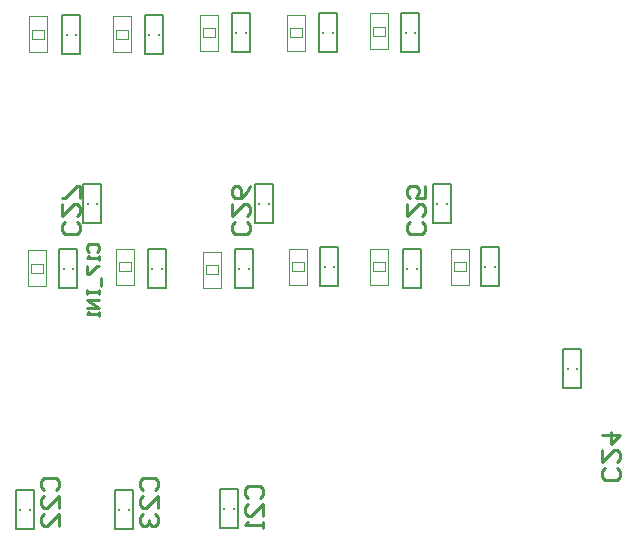
<source format=gbo>
G04*
G04 #@! TF.GenerationSoftware,Altium Limited,Altium Designer,20.0.13 (296)*
G04*
G04 Layer_Color=32896*
%FSTAX24Y24*%
%MOIN*%
G70*
G01*
G75*
%ADD12C,0.0079*%
%ADD14C,0.0050*%
%ADD15C,0.0039*%
%ADD19C,0.0100*%
D12*
X032943Y03083D02*
Y03087D01*
X033257Y03083D02*
Y03087D01*
X028707Y04098D02*
Y04102D01*
X028393Y04098D02*
Y04102D01*
X034432Y04098D02*
Y04102D01*
X034118Y04098D02*
Y04102D01*
X040357Y04098D02*
Y04102D01*
X040043Y04098D02*
Y04102D01*
X029443Y03078D02*
Y03082D01*
X029757Y03078D02*
Y03082D01*
X026143Y03078D02*
Y03082D01*
X026457Y03078D02*
Y03082D01*
X044707Y03548D02*
Y03552D01*
X044393Y03548D02*
Y03552D01*
X036557Y04668D02*
Y04672D01*
X036243Y04668D02*
Y04672D01*
X036607Y03888D02*
Y03892D01*
X036293Y03888D02*
Y03892D01*
X033657Y04668D02*
Y04672D01*
X033343Y04668D02*
Y04672D01*
X033757Y03883D02*
Y03887D01*
X033443Y03883D02*
Y03887D01*
X030757Y04663D02*
Y04667D01*
X030443Y04663D02*
Y04667D01*
X030857Y03883D02*
Y03887D01*
X030543Y03883D02*
Y03887D01*
X028007Y04663D02*
Y04667D01*
X027693Y04663D02*
Y04667D01*
X041957Y03888D02*
Y03892D01*
X041643Y03888D02*
Y03892D01*
X039307Y04668D02*
Y04672D01*
X038993Y04668D02*
Y04672D01*
X039357Y03883D02*
Y03887D01*
X039043Y03883D02*
Y03887D01*
X027907Y03883D02*
Y03887D01*
X027593Y03883D02*
Y03887D01*
D14*
X0334Y0302D02*
Y0315D01*
X0328Y0302D02*
Y0315D01*
X0334D01*
X0328Y0302D02*
X0334D01*
X02825Y04035D02*
Y04165D01*
X02885Y04035D02*
Y04165D01*
X02825Y04035D02*
X02885D01*
X02825Y04165D02*
X02885D01*
X033975Y04035D02*
Y04165D01*
X034575Y04035D02*
Y04165D01*
X033975Y04035D02*
X034575D01*
X033975Y04165D02*
X034575D01*
X0399Y04035D02*
Y04165D01*
X0405Y04035D02*
Y04165D01*
X0399Y04035D02*
X0405D01*
X0399Y04165D02*
X0405D01*
X0299Y03015D02*
Y03145D01*
X0293Y03015D02*
Y03145D01*
X0299D01*
X0293Y03015D02*
X0299D01*
X0266D02*
Y03145D01*
X026Y03015D02*
Y03145D01*
X0266D01*
X026Y03015D02*
X0266D01*
X04425Y03485D02*
Y03615D01*
X04485Y03485D02*
Y03615D01*
X04425Y03485D02*
X04485D01*
X04425Y03615D02*
X04485D01*
X0361Y04605D02*
Y04735D01*
X0367Y04605D02*
Y04735D01*
X0361Y04605D02*
X0367D01*
X0361Y04735D02*
X0367D01*
X03615Y03825D02*
Y03955D01*
X03675Y03825D02*
Y03955D01*
X03615Y03825D02*
X03675D01*
X03615Y03955D02*
X03675D01*
X0332Y04605D02*
Y04735D01*
X0338Y04605D02*
Y04735D01*
X0332Y04605D02*
X0338D01*
X0332Y04735D02*
X0338D01*
X0333Y0382D02*
Y0395D01*
X0339Y0382D02*
Y0395D01*
X0333Y0382D02*
X0339D01*
X0333Y0395D02*
X0339D01*
X0303Y046D02*
Y0473D01*
X0309Y046D02*
Y0473D01*
X0303Y046D02*
X0309D01*
X0303Y0473D02*
X0309D01*
X0304Y0382D02*
Y0395D01*
X031Y0382D02*
Y0395D01*
X0304Y0382D02*
X031D01*
X0304Y0395D02*
X031D01*
X02755Y046D02*
Y0473D01*
X02815Y046D02*
Y0473D01*
X02755Y046D02*
X02815D01*
X02755Y0473D02*
X02815D01*
X0415Y03825D02*
Y03955D01*
X0421Y03825D02*
Y03955D01*
X0415Y03825D02*
X0421D01*
X0415Y03955D02*
X0421D01*
X03885Y04605D02*
Y04735D01*
X03945Y04605D02*
Y04735D01*
X03885Y04605D02*
X03945D01*
X03885Y04735D02*
X03945D01*
X0389Y0382D02*
Y0395D01*
X0395Y0382D02*
Y0395D01*
X0389Y0382D02*
X0395D01*
X0389Y0395D02*
X0395D01*
X02745Y0382D02*
Y0395D01*
X02805Y0382D02*
Y0395D01*
X02745Y0382D02*
X02805D01*
X02745Y0395D02*
X02805D01*
D15*
X02655Y0465D02*
Y0468D01*
Y0465D02*
X02695D01*
Y0468D01*
X02655D02*
X02695D01*
X02645Y04605D02*
Y04725D01*
Y04605D02*
X02705D01*
Y04645D01*
Y04725D01*
X02645D02*
X02705D01*
X02935Y0465D02*
Y0468D01*
Y0465D02*
X02975D01*
Y0468D01*
X02935D02*
X02975D01*
X02925Y04605D02*
Y04725D01*
Y04605D02*
X02985D01*
Y04645D01*
Y04725D01*
X02925D02*
X02985D01*
X03225Y04655D02*
Y04685D01*
Y04655D02*
X03265D01*
Y04685D01*
X03225D02*
X03265D01*
X03215Y0461D02*
Y0473D01*
Y0461D02*
X03275D01*
Y0465D01*
Y0473D01*
X03215D02*
X03275D01*
X03515Y04655D02*
Y04685D01*
Y04655D02*
X03555D01*
Y04685D01*
X03515D02*
X03555D01*
X03505Y0461D02*
Y0473D01*
Y0461D02*
X03565D01*
Y0465D01*
Y0473D01*
X03505D02*
X03565D01*
X0379Y0466D02*
Y0469D01*
Y0466D02*
X0383D01*
Y0469D01*
X0379D02*
X0383D01*
X0378Y04615D02*
Y04735D01*
Y04615D02*
X0384D01*
Y04655D01*
Y04735D01*
X0378D02*
X0384D01*
X0406Y03875D02*
Y03905D01*
Y03875D02*
X041D01*
Y03905D01*
X0406D02*
X041D01*
X0405Y0383D02*
Y0395D01*
Y0383D02*
X0411D01*
Y0387D01*
Y0395D01*
X0405D02*
X0411D01*
X0379Y03875D02*
Y03905D01*
Y03875D02*
X0383D01*
Y03905D01*
X0379D02*
X0383D01*
X0378Y0383D02*
Y0395D01*
Y0383D02*
X0384D01*
Y0387D01*
Y0395D01*
X0378D02*
X0384D01*
X0352Y03875D02*
Y03905D01*
Y03875D02*
X0356D01*
Y03905D01*
X0352D02*
X0356D01*
X0351Y0383D02*
Y0395D01*
Y0383D02*
X0357D01*
Y0387D01*
Y0395D01*
X0351D02*
X0357D01*
X03235Y03865D02*
Y03895D01*
Y03865D02*
X03275D01*
Y03895D01*
X03235D02*
X03275D01*
X03225Y0382D02*
Y0394D01*
Y0382D02*
X03285D01*
Y0386D01*
Y0394D01*
X03225D02*
X03285D01*
X02945Y03875D02*
Y03905D01*
Y03875D02*
X02985D01*
Y03905D01*
X02945D02*
X02985D01*
X02935Y0383D02*
Y0395D01*
Y0383D02*
X02995D01*
Y0387D01*
Y0395D01*
X02935D02*
X02995D01*
X0265Y0387D02*
Y039D01*
Y0387D02*
X0269D01*
Y039D01*
X0265D02*
X0269D01*
X0264Y03825D02*
Y03945D01*
Y03825D02*
X027D01*
Y03865D01*
Y03945D01*
X0264D02*
X027D01*
D19*
X02805Y0404D02*
X02815Y0403D01*
Y0401D01*
X02805Y04D01*
X02765D01*
X02755Y0401D01*
Y0403D01*
X02765Y0404D01*
X02755Y041D02*
Y0406D01*
X02795Y041D01*
X02805D01*
X02815Y0409D01*
Y0407D01*
X02805Y0406D01*
X02815Y0412D02*
Y0416D01*
X02805D01*
X02765Y0412D01*
X02755D01*
X0337Y0404D02*
X0338Y0403D01*
Y0401D01*
X0337Y04D01*
X0333D01*
X0332Y0401D01*
Y0403D01*
X0333Y0404D01*
X0332Y041D02*
Y0406D01*
X0336Y041D01*
X0337D01*
X0338Y0409D01*
Y0407D01*
X0337Y0406D01*
X0338Y0416D02*
X0337Y0414D01*
X0335Y0412D01*
X0333D01*
X0332Y0413D01*
Y0415D01*
X0333Y0416D01*
X0334D01*
X0335Y0415D01*
Y0412D01*
X03955Y0404D02*
X03965Y0403D01*
Y0401D01*
X03955Y04D01*
X03915D01*
X03905Y0401D01*
Y0403D01*
X03915Y0404D01*
X03905Y041D02*
Y0406D01*
X03945Y041D01*
X03955D01*
X03965Y0409D01*
Y0407D01*
X03955Y0406D01*
X03965Y0416D02*
Y0412D01*
X03935D01*
X03945Y0414D01*
Y0415D01*
X03935Y0416D01*
X03915D01*
X03905Y0415D01*
Y0413D01*
X03915Y0412D01*
X04605Y0322D02*
X04615Y0321D01*
Y0319D01*
X04605Y0318D01*
X04565D01*
X04555Y0319D01*
Y0321D01*
X04565Y0322D01*
X04555Y0328D02*
Y0324D01*
X04595Y0328D01*
X04605D01*
X04615Y0327D01*
Y0325D01*
X04605Y0324D01*
X04555Y0333D02*
X04615D01*
X04585Y033D01*
Y0334D01*
X03025Y03145D02*
X03015Y03155D01*
Y03175D01*
X03025Y03185D01*
X03065D01*
X03075Y03175D01*
Y03155D01*
X03065Y03145D01*
X03075Y03085D02*
Y03125D01*
X03035Y03085D01*
X03025D01*
X03015Y03095D01*
Y03115D01*
X03025Y03125D01*
Y03065D02*
X03015Y03055D01*
Y03035D01*
X03025Y03025D01*
X03035D01*
X03045Y03035D01*
Y03045D01*
Y03035D01*
X03055Y03025D01*
X03065D01*
X03075Y03035D01*
Y03055D01*
X03065Y03065D01*
X02695Y03145D02*
X02685Y03155D01*
Y03175D01*
X02695Y03185D01*
X02735D01*
X02745Y03175D01*
Y03155D01*
X02735Y03145D01*
X02745Y03085D02*
Y03125D01*
X02705Y03085D01*
X02695D01*
X02685Y03095D01*
Y03115D01*
X02695Y03125D01*
X02745Y03025D02*
Y03065D01*
X02705Y03025D01*
X02695D01*
X02685Y03035D01*
Y03055D01*
X02695Y03065D01*
X03375Y0312D02*
X03365Y0313D01*
Y0315D01*
X03375Y0316D01*
X03415D01*
X03425Y0315D01*
Y0313D01*
X03415Y0312D01*
X03425Y0306D02*
Y031D01*
X03385Y0306D01*
X03375D01*
X03365Y0307D01*
Y0309D01*
X03375Y031D01*
X03425Y0304D02*
Y0302D01*
Y0303D01*
X03365D01*
X03375Y0304D01*
X028433Y039383D02*
X028367Y03945D01*
Y039583D01*
X028433Y03965D01*
X0287D01*
X028767Y039583D01*
Y03945D01*
X0287Y039383D01*
X028767Y03925D02*
Y039116D01*
Y039183D01*
X028367D01*
X028433Y03925D01*
X028367Y038917D02*
Y03865D01*
X028433D01*
X0287Y038917D01*
X028767D01*
X028833Y038517D02*
Y03825D01*
X028367Y038117D02*
Y037983D01*
Y03805D01*
X028767D01*
Y038117D01*
Y037983D01*
Y037784D02*
X028367D01*
X028767Y037517D01*
X028367D01*
X028767Y037384D02*
Y03725D01*
Y037317D01*
X028367D01*
X028433Y037384D01*
M02*

</source>
